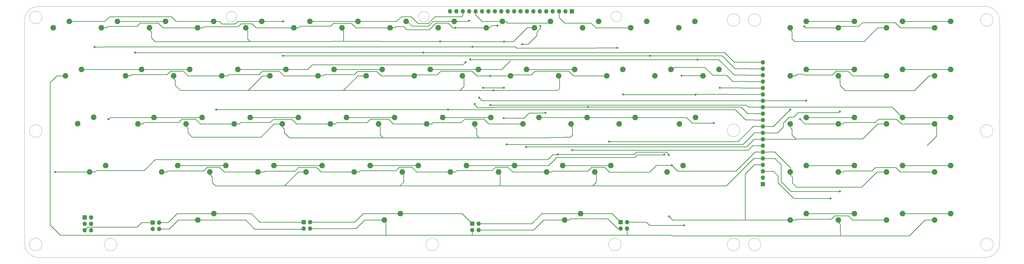
<source format=gtl>
G04 #@! TF.GenerationSoftware,KiCad,Pcbnew,(5.1.9)-1*
G04 #@! TF.CreationDate,2021-03-31T21:28:56-04:00*
G04 #@! TF.ProjectId,petkn,7065746b-6e2e-46b6-9963-61645f706362,rev?*
G04 #@! TF.SameCoordinates,Original*
G04 #@! TF.FileFunction,Copper,L1,Top*
G04 #@! TF.FilePolarity,Positive*
%FSLAX46Y46*%
G04 Gerber Fmt 4.6, Leading zero omitted, Abs format (unit mm)*
G04 Created by KiCad (PCBNEW (5.1.9)-1) date 2021-03-31 21:28:56*
%MOMM*%
%LPD*%
G01*
G04 APERTURE LIST*
G04 #@! TA.AperFunction,Profile*
%ADD10C,0.050000*%
G04 #@! TD*
G04 #@! TA.AperFunction,ComponentPad*
%ADD11C,2.200000*%
G04 #@! TD*
G04 #@! TA.AperFunction,ComponentPad*
%ADD12O,1.700000X1.700000*%
G04 #@! TD*
G04 #@! TA.AperFunction,ComponentPad*
%ADD13R,1.700000X1.700000*%
G04 #@! TD*
G04 #@! TA.AperFunction,ViaPad*
%ADD14C,0.800000*%
G04 #@! TD*
G04 #@! TA.AperFunction,Conductor*
%ADD15C,0.250000*%
G04 #@! TD*
G04 APERTURE END LIST*
D10*
X101351853Y-52705000D02*
G75*
G03*
X101351853Y-52705000I-2101353J0D01*
G01*
X253688353Y-52641500D02*
G75*
G03*
X253688353Y-52641500I-2101353J0D01*
G01*
X177482853Y-52666500D02*
G75*
G03*
X177482853Y-52666500I-2101353J0D01*
G01*
X300500000Y-143002000D02*
G75*
G03*
X300500000Y-143002000I-2500000J0D01*
G01*
X300500000Y-54000000D02*
G75*
G03*
X300500000Y-54000000I-2500000J0D01*
G01*
X300500000Y-97726500D02*
G75*
G03*
X300500000Y-97726500I-2500000J0D01*
G01*
X17272000Y-54419500D02*
X17272000Y-142367000D01*
X403352000Y-54419500D02*
X403352000Y-142367000D01*
X23114000Y-48577500D02*
X397510000Y-48577500D01*
X24217000Y-98000000D02*
G75*
G03*
X24217000Y-98000000I-2500000J0D01*
G01*
X24217000Y-53000000D02*
G75*
G03*
X24217000Y-53000000I-2500000J0D01*
G01*
X400772000Y-98000000D02*
G75*
G03*
X400772000Y-98000000I-2500000J0D01*
G01*
X23114000Y-148209000D02*
X397510000Y-148209000D01*
X397510000Y-48577500D02*
G75*
G02*
X403352000Y-54419500I0J-5842000D01*
G01*
X53871500Y-143000000D02*
G75*
G03*
X53871500Y-143000000I-2500000J0D01*
G01*
X24217000Y-143000000D02*
G75*
G03*
X24217000Y-143000000I-2500000J0D01*
G01*
X181189000Y-143000000D02*
G75*
G03*
X181189000Y-143000000I-2500000J0D01*
G01*
X253515500Y-143000000D02*
G75*
G03*
X253515500Y-143000000I-2500000J0D01*
G01*
X308824000Y-143000000D02*
G75*
G03*
X308824000Y-143000000I-2500000J0D01*
G01*
X400835500Y-143000000D02*
G75*
G03*
X400835500Y-143000000I-2500000J0D01*
G01*
X17272000Y-54419500D02*
G75*
G02*
X23114000Y-48577500I5842000J0D01*
G01*
X403352000Y-142367000D02*
G75*
G02*
X397510000Y-148209000I-5842000J0D01*
G01*
X308824000Y-54000000D02*
G75*
G03*
X308824000Y-54000000I-2500000J0D01*
G01*
X23114000Y-148209000D02*
G75*
G02*
X17272000Y-142367000I0J5842000D01*
G01*
X400772000Y-54000000D02*
G75*
G03*
X400772000Y-54000000I-2500000J0D01*
G01*
D11*
X159728000Y-133286500D03*
X166078000Y-130746500D03*
D12*
X70548500Y-136842500D03*
X68008500Y-136842500D03*
X70548500Y-134302500D03*
D13*
X68008500Y-134302500D03*
D12*
X130365500Y-136652000D03*
X127825500Y-136652000D03*
X130365500Y-134112000D03*
D13*
X127825500Y-134112000D03*
D12*
X197040500Y-137223500D03*
X194500500Y-137223500D03*
X197040500Y-134683500D03*
D13*
X194500500Y-134683500D03*
D12*
X255816100Y-136690100D03*
X253276100Y-136690100D03*
X255816100Y-134150100D03*
D13*
X253276100Y-134150100D03*
D12*
X43688000Y-137350500D03*
X41148000Y-137350500D03*
X43688000Y-134810500D03*
X41148000Y-134810500D03*
X43688000Y-132270500D03*
D13*
X41148000Y-132270500D03*
D11*
X38354000Y-95123000D03*
X44704000Y-92583000D03*
X85915500Y-133286500D03*
X92265500Y-130746500D03*
X35052000Y-54546500D03*
X28702000Y-57086500D03*
X271691000Y-114251500D03*
X278041000Y-111711500D03*
X187452000Y-54546500D03*
X181102000Y-57086500D03*
D12*
X309562500Y-70764400D03*
X309562500Y-73304400D03*
X309562500Y-75844400D03*
X309562500Y-78384400D03*
X309562500Y-80924400D03*
X309562500Y-83464400D03*
X309562500Y-86004400D03*
X309562500Y-88544400D03*
X309562500Y-91084400D03*
X309562500Y-93624400D03*
X309562500Y-96164400D03*
X309562500Y-98704400D03*
X309562500Y-101244400D03*
X309562500Y-103784400D03*
X309562500Y-106324400D03*
X309562500Y-108864400D03*
X309562500Y-111404400D03*
X309562500Y-113944400D03*
X309562500Y-116484400D03*
D13*
X309562500Y-119024400D03*
D11*
X200152000Y-57086500D03*
X206502000Y-54546500D03*
X196977000Y-73596500D03*
X190627000Y-76136500D03*
X66802000Y-57086500D03*
X73152000Y-54546500D03*
X219202000Y-57086500D03*
X225552000Y-54546500D03*
X339471000Y-133299200D03*
X345821000Y-130759200D03*
X111252000Y-54546500D03*
X104902000Y-57086500D03*
X143002000Y-57086500D03*
X149352000Y-54546500D03*
X231140000Y-133286500D03*
X237490000Y-130746500D03*
X276606000Y-95186500D03*
X282956000Y-92646500D03*
X43053000Y-114236500D03*
X49403000Y-111696500D03*
X33464500Y-76136500D03*
X39814500Y-73596500D03*
D12*
X185737500Y-50546000D03*
X188277500Y-50546000D03*
X190817500Y-50546000D03*
X193357500Y-50546000D03*
X195897500Y-50546000D03*
X198437500Y-50546000D03*
X200977500Y-50546000D03*
X203517500Y-50546000D03*
X206057500Y-50546000D03*
X208597500Y-50546000D03*
X211137500Y-50546000D03*
X213677500Y-50546000D03*
X216217500Y-50546000D03*
X218757500Y-50546000D03*
X221297500Y-50546000D03*
X223837500Y-50546000D03*
X226377500Y-50546000D03*
X228917500Y-50546000D03*
X231457500Y-50546000D03*
D13*
X233997500Y-50546000D03*
D11*
X383921000Y-130759200D03*
X377571000Y-133299200D03*
X252730000Y-95186500D03*
X259080000Y-92646500D03*
X273177000Y-73596500D03*
X266827000Y-76136500D03*
X263652000Y-54546500D03*
X257302000Y-57086500D03*
X364871000Y-130759200D03*
X358521000Y-133299200D03*
X320421000Y-133299200D03*
X326771000Y-130759200D03*
X285877000Y-76136500D03*
X292227000Y-73596500D03*
X276352000Y-57086500D03*
X282702000Y-54546500D03*
X383921000Y-111709200D03*
X377571000Y-114249200D03*
X339471000Y-114249200D03*
X345821000Y-111709200D03*
X243078000Y-114236500D03*
X249428000Y-111696500D03*
X211328000Y-111696500D03*
X204978000Y-114236500D03*
X166878000Y-114236500D03*
X173228000Y-111696500D03*
X135128000Y-111696500D03*
X128778000Y-114236500D03*
X90678000Y-114236500D03*
X97028000Y-111696500D03*
X364871000Y-111709200D03*
X358521000Y-114249200D03*
X320421000Y-114249200D03*
X326771000Y-111709200D03*
X224028000Y-114236500D03*
X230378000Y-111696500D03*
X192278000Y-111696500D03*
X185928000Y-114236500D03*
X147828000Y-114236500D03*
X154178000Y-111696500D03*
X116078000Y-111696500D03*
X109728000Y-114236500D03*
X71628000Y-114236500D03*
X77978000Y-111696500D03*
X383921000Y-92659200D03*
X377571000Y-95199200D03*
X339471000Y-95199200D03*
X345821000Y-92659200D03*
X233680000Y-95186500D03*
X240030000Y-92646500D03*
X201930000Y-92646500D03*
X195580000Y-95186500D03*
X157480000Y-95186500D03*
X163830000Y-92646500D03*
X125730000Y-92646500D03*
X119380000Y-95186500D03*
X81280000Y-95186500D03*
X87630000Y-92646500D03*
X364871000Y-92659200D03*
X358521000Y-95199200D03*
X320421000Y-95199200D03*
X326771000Y-92659200D03*
X214630000Y-95186500D03*
X220980000Y-92646500D03*
X182880000Y-92646500D03*
X176530000Y-95186500D03*
X138430000Y-95186500D03*
X144780000Y-92646500D03*
X106680000Y-92646500D03*
X100330000Y-95186500D03*
X62230000Y-95186500D03*
X68580000Y-92646500D03*
X383921000Y-73609200D03*
X377571000Y-76149200D03*
X339471000Y-76149200D03*
X345821000Y-73609200D03*
X228727000Y-76136500D03*
X235077000Y-73596500D03*
X152527000Y-76136500D03*
X158877000Y-73596500D03*
X120777000Y-73596500D03*
X114427000Y-76136500D03*
X76327000Y-76136500D03*
X82677000Y-73596500D03*
X364871000Y-73609200D03*
X358521000Y-76149200D03*
X320421000Y-76149200D03*
X326771000Y-73609200D03*
X254127000Y-73596500D03*
X247777000Y-76136500D03*
X209677000Y-76136500D03*
X216027000Y-73596500D03*
X177927000Y-73596500D03*
X171577000Y-76136500D03*
X133477000Y-76136500D03*
X139827000Y-73596500D03*
X101727000Y-73596500D03*
X95377000Y-76136500D03*
X57277000Y-76136500D03*
X63627000Y-73596500D03*
X383921000Y-54559200D03*
X377571000Y-57099200D03*
X339471000Y-57099200D03*
X345821000Y-54559200D03*
X364871000Y-54559200D03*
X358521000Y-57099200D03*
X320421000Y-57099200D03*
X326771000Y-54559200D03*
X244602000Y-54546500D03*
X238252000Y-57086500D03*
X168402000Y-54546500D03*
X162052000Y-57086500D03*
X123952000Y-57086500D03*
X130302000Y-54546500D03*
X92202000Y-54546500D03*
X85852000Y-57086500D03*
X47752000Y-57086500D03*
X54102000Y-54546500D03*
D14*
X175260000Y-66929000D03*
X61087000Y-66929000D03*
X50546000Y-93345000D03*
X204533500Y-56197500D03*
X240347500Y-88519000D03*
X195516500Y-87312500D03*
X187833000Y-57086500D03*
X191897000Y-70675500D03*
X119697500Y-54546500D03*
X119634000Y-68199000D03*
X264858500Y-68199000D03*
X193738500Y-69596000D03*
X283654500Y-69659500D03*
X193357500Y-54292500D03*
X270573500Y-107315000D03*
X290131500Y-94869000D03*
X292544500Y-80899000D03*
X194627500Y-64579500D03*
X251968000Y-65024000D03*
X282956000Y-83566000D03*
X254254000Y-83502500D03*
X45021500Y-64706500D03*
X278320500Y-135382000D03*
X326707500Y-85991700D03*
X197231000Y-84772500D03*
X201739500Y-87693500D03*
X326006395Y-56593805D03*
X184975500Y-89535000D03*
X181800500Y-62484000D03*
X207126442Y-62600442D03*
X93218000Y-89535000D03*
X201612500Y-76136500D03*
X320421000Y-89484200D03*
X248729500Y-102171500D03*
X202946000Y-81915000D03*
X340106000Y-90246200D03*
X208153000Y-103314500D03*
X215836500Y-104330500D03*
X207073500Y-80899000D03*
X198882000Y-80899000D03*
X234188000Y-105600500D03*
X324294500Y-93357700D03*
X214376000Y-63627000D03*
X221488000Y-56388000D03*
X273494500Y-111633000D03*
X340042500Y-121932700D03*
X207010000Y-92900500D03*
X223520000Y-90741500D03*
X272415000Y-131826000D03*
X29400500Y-114236500D03*
X228409500Y-107315000D03*
X272351500Y-107569000D03*
X277431500Y-76009500D03*
X336359500Y-124726700D03*
D15*
X54102000Y-54546500D02*
X73152000Y-54546500D01*
X77978000Y-111696500D02*
X97028000Y-111696500D01*
X68580000Y-92646500D02*
X87630000Y-92646500D01*
X63627000Y-73596500D02*
X82677000Y-73596500D01*
X175260000Y-66929000D02*
X61087000Y-66929000D01*
X63627000Y-73596500D02*
X39814500Y-73596500D01*
X51244500Y-92646500D02*
X50546000Y-93345000D01*
X68580000Y-92646500D02*
X51244500Y-92646500D01*
X294449500Y-66929000D02*
X175260000Y-66929000D01*
X298259500Y-70739000D02*
X294449500Y-66929000D01*
X306387500Y-70739000D02*
X298259500Y-70739000D01*
X309562500Y-70764400D02*
X306387500Y-70739000D01*
X47752000Y-57086500D02*
X49784000Y-57086500D01*
X49784000Y-57086500D02*
X50355500Y-56515000D01*
X50355500Y-56515000D02*
X61785500Y-56515000D01*
X61785500Y-56515000D02*
X63055500Y-55245000D01*
X63055500Y-55245000D02*
X70231000Y-55245000D01*
X72072500Y-57086500D02*
X85852000Y-57086500D01*
X70231000Y-55245000D02*
X72072500Y-57086500D01*
X123952000Y-57086500D02*
X125793500Y-57086500D01*
X125793500Y-57086500D02*
X126492000Y-56388000D01*
X126492000Y-56388000D02*
X138493500Y-56388000D01*
X138493500Y-56388000D02*
X139573000Y-55308500D01*
X139573000Y-55308500D02*
X146685000Y-55308500D01*
X148463000Y-57086500D02*
X162052000Y-57086500D01*
X146685000Y-55308500D02*
X148463000Y-57086500D01*
X320421000Y-57099200D02*
X320421000Y-57035700D01*
X354965000Y-57099200D02*
X358521000Y-57099200D01*
X320421000Y-57099200D02*
X320421000Y-57924700D01*
X320421000Y-57924700D02*
X321119500Y-58623200D01*
X321119500Y-58623200D02*
X321119500Y-61480700D01*
X322135500Y-62496700D02*
X349758000Y-62496700D01*
X321119500Y-61480700D02*
X322135500Y-62496700D01*
X349758000Y-62496700D02*
X354965000Y-57099200D01*
X200152000Y-57086500D02*
X201358500Y-57086500D01*
X201358500Y-57086500D02*
X202184000Y-56261000D01*
X204470000Y-56261000D02*
X204533500Y-56197500D01*
X202184000Y-56261000D02*
X204470000Y-56261000D01*
X240347500Y-88519000D02*
X202819000Y-88519000D01*
X202819000Y-88519000D02*
X202565000Y-88773000D01*
X202565000Y-88773000D02*
X196659500Y-88773000D01*
X195516500Y-87630000D02*
X195516500Y-87312500D01*
X196659500Y-88773000D02*
X195516500Y-87630000D01*
X187833000Y-57086500D02*
X200152000Y-57086500D01*
X102997000Y-55435500D02*
X101790500Y-56642000D01*
X88328500Y-56642000D02*
X87884000Y-57086500D01*
X101790500Y-56642000D02*
X88328500Y-56642000D01*
X107315000Y-55435500D02*
X102997000Y-55435500D01*
X108966000Y-57086500D02*
X107315000Y-55435500D01*
X87884000Y-57086500D02*
X85852000Y-57086500D01*
X123952000Y-57086500D02*
X108966000Y-57086500D01*
X186817000Y-57086500D02*
X187833000Y-57086500D01*
X180149500Y-55245000D02*
X184975500Y-55245000D01*
X177546000Y-57848500D02*
X180149500Y-55245000D01*
X167386000Y-56578500D02*
X168656000Y-57848500D01*
X168656000Y-57848500D02*
X177546000Y-57848500D01*
X164274500Y-56578500D02*
X167386000Y-56578500D01*
X163766500Y-57086500D02*
X164274500Y-56578500D01*
X184975500Y-55245000D02*
X186817000Y-57086500D01*
X162052000Y-57086500D02*
X163766500Y-57086500D01*
X300926500Y-88519000D02*
X240347500Y-88519000D01*
X303466500Y-91059000D02*
X300926500Y-88519000D01*
X309562500Y-91084400D02*
X303466500Y-91059000D01*
X35052000Y-54546500D02*
X49022000Y-54546500D01*
X116078000Y-111696500D02*
X135128000Y-111696500D01*
X101727000Y-73596500D02*
X120777000Y-73596500D01*
X106680000Y-92646500D02*
X125730000Y-92646500D01*
X120777000Y-73596500D02*
X129349500Y-73596500D01*
X129349500Y-73596500D02*
X131191000Y-71755000D01*
X131191000Y-71755000D02*
X186690000Y-71755000D01*
X186690000Y-71755000D02*
X190817500Y-71755000D01*
X190817500Y-71755000D02*
X191897000Y-70675500D01*
X111252000Y-54546500D02*
X119697500Y-54546500D01*
X92202000Y-54546500D02*
X77279500Y-54546500D01*
X77279500Y-54546500D02*
X75438000Y-52705000D01*
X49022000Y-54546500D02*
X50990500Y-52705000D01*
X75438000Y-52705000D02*
X50990500Y-52705000D01*
X119634000Y-68199000D02*
X264858500Y-68199000D01*
X92202000Y-54546500D02*
X94488000Y-54546500D01*
X94488000Y-54546500D02*
X95504000Y-55562500D01*
X100647500Y-55562500D02*
X101663500Y-54546500D01*
X95504000Y-55562500D02*
X100647500Y-55562500D01*
X111252000Y-54546500D02*
X101663500Y-54546500D01*
X298513500Y-73279000D02*
X309562500Y-73304400D01*
X293433500Y-68199000D02*
X298513500Y-73279000D01*
X264858500Y-68199000D02*
X293433500Y-68199000D01*
X154178000Y-111696500D02*
X173228000Y-111696500D01*
X173736000Y-112204500D02*
X173228000Y-111696500D01*
X139827000Y-73596500D02*
X158877000Y-73596500D01*
X144780000Y-92646500D02*
X163830000Y-92646500D01*
X130302000Y-54546500D02*
X149352000Y-54546500D01*
X193802000Y-69659500D02*
X193738500Y-69596000D01*
X283654500Y-69659500D02*
X193802000Y-69659500D01*
X190563500Y-130746500D02*
X194500500Y-134683500D01*
X166078000Y-130746500D02*
X190563500Y-130746500D01*
X130365500Y-134112000D02*
X147955000Y-134112000D01*
X151320500Y-130746500D02*
X166078000Y-130746500D01*
X147955000Y-134112000D02*
X151320500Y-130746500D01*
X190817500Y-52197000D02*
X190817500Y-50546000D01*
X177038000Y-55372000D02*
X179768500Y-52641500D01*
X173101000Y-55372000D02*
X177038000Y-55372000D01*
X170370500Y-52641500D02*
X173101000Y-55372000D01*
X190373000Y-52641500D02*
X190817500Y-52197000D01*
X166497000Y-52641500D02*
X170370500Y-52641500D01*
X164592000Y-54546500D02*
X166497000Y-52641500D01*
X179768500Y-52641500D02*
X190373000Y-52641500D01*
X149352000Y-54546500D02*
X164592000Y-54546500D01*
X292100000Y-69659500D02*
X283654500Y-69659500D01*
X298259500Y-75819000D02*
X292100000Y-69659500D01*
X309562500Y-75844400D02*
X298259500Y-75819000D01*
X211328000Y-111696500D02*
X192278000Y-111696500D01*
X182880000Y-92646500D02*
X201930000Y-92646500D01*
X177927000Y-73596500D02*
X196977000Y-73596500D01*
X211328000Y-111696500D02*
X224726500Y-111696500D01*
X224726500Y-111696500D02*
X227965000Y-108458000D01*
X227965000Y-108458000D02*
X257810000Y-108458000D01*
X187452000Y-54546500D02*
X193103500Y-54546500D01*
X193103500Y-54546500D02*
X193357500Y-54292500D01*
X196977000Y-73596500D02*
X206248000Y-73596500D01*
X206248000Y-73596500D02*
X209613500Y-70231000D01*
X257810000Y-108458000D02*
X258889500Y-108458000D01*
X258889500Y-108458000D02*
X259905500Y-107442000D01*
X259905500Y-107442000D02*
X270446500Y-107442000D01*
X270446500Y-107442000D02*
X270573500Y-107315000D01*
X168402000Y-54546500D02*
X168846500Y-54546500D01*
X168846500Y-54546500D02*
X170688000Y-56388000D01*
X177228500Y-56388000D02*
X179070000Y-54546500D01*
X170688000Y-56388000D02*
X177228500Y-56388000D01*
X179070000Y-54546500D02*
X187452000Y-54546500D01*
X273748500Y-73596500D02*
X273177000Y-73596500D01*
X286575500Y-72707500D02*
X274637500Y-72707500D01*
X274637500Y-72707500D02*
X273748500Y-73596500D01*
X295211500Y-75882500D02*
X289750500Y-75882500D01*
X297688000Y-78359000D02*
X295211500Y-75882500D01*
X289750500Y-75882500D02*
X286575500Y-72707500D01*
X309562500Y-78384400D02*
X297688000Y-78359000D01*
X230378000Y-111696500D02*
X249428000Y-111696500D01*
X220980000Y-92646500D02*
X240030000Y-92646500D01*
X240030000Y-92646500D02*
X259080000Y-92646500D01*
X216027000Y-73596500D02*
X235077000Y-73596500D01*
X259080000Y-92646500D02*
X271526000Y-92646500D01*
X206502000Y-54546500D02*
X207772000Y-54546500D01*
X207772000Y-54546500D02*
X208407000Y-55181500D01*
X224917000Y-55181500D02*
X225552000Y-54546500D01*
X208407000Y-55181500D02*
X224917000Y-55181500D01*
X271526000Y-92646500D02*
X279336500Y-92646500D01*
X279336500Y-92646500D02*
X281559000Y-94869000D01*
X281559000Y-94869000D02*
X290131500Y-94869000D01*
X195897500Y-52006500D02*
X198437500Y-54546500D01*
X195897500Y-50546000D02*
X195897500Y-52006500D01*
X206502000Y-54546500D02*
X198437500Y-54546500D01*
X309562500Y-80924400D02*
X292544500Y-80899000D01*
X48704500Y-64643000D02*
X192405000Y-64579500D01*
X192405000Y-64579500D02*
X194627500Y-64579500D01*
X194627500Y-64579500D02*
X211645500Y-64579500D01*
X211645500Y-64579500D02*
X212153500Y-65087500D01*
X212153500Y-65087500D02*
X243522500Y-65087500D01*
X243522500Y-65087500D02*
X243586000Y-65024000D01*
X243586000Y-65024000D02*
X251968000Y-65024000D01*
X254317500Y-83566000D02*
X254254000Y-83502500D01*
X282956000Y-83566000D02*
X254317500Y-83566000D01*
X42418000Y-136080500D02*
X41148000Y-137350500D01*
X61849000Y-136080500D02*
X42418000Y-136080500D01*
X48641000Y-64706500D02*
X48704500Y-64643000D01*
X45021500Y-64706500D02*
X48641000Y-64706500D01*
X264731500Y-135382000D02*
X278320500Y-135382000D01*
X68008500Y-134302500D02*
X63627000Y-134302500D01*
X63627000Y-134302500D02*
X61849000Y-136080500D01*
X283083000Y-83439000D02*
X282956000Y-83566000D01*
X309562500Y-83464400D02*
X283083000Y-83439000D01*
X263499600Y-134150100D02*
X263613900Y-134264400D01*
X255816100Y-134150100D02*
X263499600Y-134150100D01*
X263613900Y-134264400D02*
X264731500Y-135382000D01*
X263525000Y-134175500D02*
X263613900Y-134264400D01*
X326771000Y-54559200D02*
X345821000Y-54559200D01*
X326771000Y-73609200D02*
X345821000Y-73609200D01*
X326771000Y-92659200D02*
X345821000Y-92659200D01*
X345821000Y-111709200D02*
X326771000Y-111709200D01*
X326771000Y-130759200D02*
X345821000Y-130759200D01*
X309816500Y-85979000D02*
X313944000Y-85979000D01*
X313944000Y-85979000D02*
X198437500Y-85979000D01*
X198437500Y-85979000D02*
X197231000Y-84772500D01*
X326694800Y-85979000D02*
X326707500Y-85991700D01*
X313944000Y-85979000D02*
X326694800Y-85979000D01*
X364871000Y-54559200D02*
X383921000Y-54559200D01*
X364871000Y-73609200D02*
X383921000Y-73609200D01*
X364871000Y-111709200D02*
X383921000Y-111709200D01*
X364871000Y-130759200D02*
X383921000Y-130759200D01*
X364871000Y-92659200D02*
X383921000Y-92659200D01*
X360743500Y-88531700D02*
X364871000Y-92659200D01*
X360730800Y-88519000D02*
X360743500Y-88531700D01*
X303847500Y-88519000D02*
X360730800Y-88519000D01*
X303022000Y-87693500D02*
X303847500Y-88519000D01*
X201739500Y-87693500D02*
X303022000Y-87693500D01*
X377571000Y-57099200D02*
X364045500Y-57099200D01*
X364045500Y-57099200D02*
X362013500Y-55067200D01*
X362013500Y-55067200D02*
X348932500Y-55067200D01*
X348932500Y-55067200D02*
X347472000Y-56527700D01*
X340042500Y-56527700D02*
X339471000Y-57099200D01*
X347472000Y-56527700D02*
X340042500Y-56527700D01*
X66802000Y-57086500D02*
X66802000Y-58039000D01*
X66802000Y-58039000D02*
X67500500Y-58737500D01*
X67500500Y-58737500D02*
X67500500Y-61023500D01*
X67500500Y-61023500D02*
X69024500Y-62547500D01*
X104902000Y-57086500D02*
X104902000Y-57531000D01*
X104902000Y-57531000D02*
X105664000Y-58293000D01*
X105664000Y-58293000D02*
X105664000Y-61595000D01*
X105664000Y-61595000D02*
X106553000Y-62484000D01*
X106553000Y-62484000D02*
X134620000Y-62484000D01*
X143002000Y-57086500D02*
X143002000Y-57785000D01*
X143573500Y-58356500D02*
X143573500Y-62420500D01*
X143002000Y-57785000D02*
X143573500Y-58356500D01*
X134620000Y-62484000D02*
X143573500Y-62420500D01*
X143573500Y-62420500D02*
X173736000Y-62484000D01*
X173736000Y-62484000D02*
X181800500Y-62484000D01*
X106489500Y-62547500D02*
X106553000Y-62484000D01*
X96456500Y-62547500D02*
X106489500Y-62547500D01*
X326517000Y-57099200D02*
X339471000Y-57099200D01*
X210756500Y-62611000D02*
X216344500Y-57023000D01*
X209423000Y-62611000D02*
X210756500Y-62611000D01*
X219202000Y-57086500D02*
X216344500Y-57023000D01*
X326006395Y-56593805D02*
X326517000Y-57099200D01*
X207126442Y-62600442D02*
X209423000Y-62611000D01*
X181800500Y-62484000D02*
X207126442Y-62600442D01*
X90995500Y-62547500D02*
X96456500Y-62547500D01*
X69024500Y-62547500D02*
X90995500Y-62547500D01*
X184975500Y-89535000D02*
X93218000Y-89535000D01*
X298704000Y-89535000D02*
X184975500Y-89535000D01*
X302768000Y-93599000D02*
X298704000Y-89535000D01*
X309562500Y-93624400D02*
X302768000Y-93599000D01*
X57277000Y-76136500D02*
X59182000Y-76136500D01*
X59182000Y-76136500D02*
X59690000Y-75628500D01*
X59690000Y-75628500D02*
X73723500Y-75628500D01*
X73723500Y-75628500D02*
X75057000Y-74295000D01*
X75057000Y-74295000D02*
X80200500Y-74295000D01*
X82042000Y-76136500D02*
X95377000Y-76136500D01*
X80200500Y-74295000D02*
X82042000Y-76136500D01*
X95377000Y-76136500D02*
X97663000Y-76136500D01*
X97663000Y-76136500D02*
X98171000Y-75628500D01*
X98171000Y-75628500D02*
X110109000Y-75628500D01*
X110109000Y-75628500D02*
X111506000Y-74231500D01*
X111506000Y-74231500D02*
X118110000Y-74231500D01*
X120015000Y-76136500D02*
X133477000Y-76136500D01*
X118110000Y-74231500D02*
X120015000Y-76136500D01*
X133477000Y-76136500D02*
X135445500Y-76136500D01*
X135445500Y-76136500D02*
X135953500Y-75628500D01*
X135953500Y-75628500D02*
X147891500Y-75628500D01*
X147891500Y-75628500D02*
X149161500Y-74358500D01*
X149161500Y-74358500D02*
X156718000Y-74358500D01*
X158496000Y-76136500D02*
X171577000Y-76136500D01*
X156718000Y-74358500D02*
X158496000Y-76136500D01*
X320421000Y-76149200D02*
X322453000Y-76149200D01*
X322453000Y-76149200D02*
X323151500Y-75450700D01*
X323151500Y-75450700D02*
X325628000Y-75450700D01*
X325628000Y-75450700D02*
X326009000Y-75831700D01*
X326009000Y-75831700D02*
X336994500Y-75831700D01*
X336994500Y-75831700D02*
X338582000Y-74244200D01*
X338582000Y-74244200D02*
X343217500Y-74244200D01*
X345122500Y-76149200D02*
X358521000Y-76149200D01*
X343217500Y-74244200D02*
X345122500Y-76149200D01*
X247777000Y-76136500D02*
X234569000Y-76136500D01*
X234569000Y-76136500D02*
X232727500Y-74295000D01*
X232727500Y-74295000D02*
X219329000Y-74295000D01*
X219329000Y-74295000D02*
X217932000Y-75692000D01*
X210121500Y-75692000D02*
X209677000Y-76136500D01*
X217932000Y-75692000D02*
X210121500Y-75692000D01*
X196278500Y-76136500D02*
X194437000Y-74295000D01*
X194437000Y-74295000D02*
X182054500Y-74295000D01*
X182054500Y-74295000D02*
X180657500Y-75692000D01*
X172021500Y-75692000D02*
X171577000Y-76136500D01*
X180657500Y-75692000D02*
X172021500Y-75692000D01*
X209677000Y-76136500D02*
X201612500Y-76136500D01*
X201612500Y-76136500D02*
X196278500Y-76136500D01*
X299783500Y-102171500D02*
X305816000Y-96139000D01*
X305816000Y-96139000D02*
X309562500Y-96164400D01*
X248729500Y-102171500D02*
X299783500Y-102171500D01*
X319659000Y-90246200D02*
X320421000Y-89484200D01*
X313740800Y-96164400D02*
X319659000Y-90246200D01*
X309562500Y-96164400D02*
X313740800Y-96164400D01*
X377571000Y-76149200D02*
X375348500Y-76149200D01*
X375348500Y-76149200D02*
X369506500Y-81991200D01*
X76327000Y-76136500D02*
X76327000Y-77279500D01*
X76327000Y-77279500D02*
X76962000Y-77914500D01*
X76962000Y-77914500D02*
X76962000Y-79819500D01*
X76962000Y-79819500D02*
X79057500Y-81915000D01*
X79057500Y-81915000D02*
X105791000Y-81915000D01*
X111569500Y-76136500D02*
X114427000Y-76136500D01*
X105791000Y-81915000D02*
X111569500Y-76136500D01*
X105791000Y-81915000D02*
X143510000Y-81915000D01*
X149288500Y-76136500D02*
X152527000Y-76136500D01*
X143510000Y-81915000D02*
X149288500Y-76136500D01*
X143510000Y-81915000D02*
X189674500Y-81915000D01*
X189674500Y-81915000D02*
X191198500Y-80391000D01*
X191198500Y-76708000D02*
X190627000Y-76136500D01*
X191198500Y-80391000D02*
X191198500Y-76708000D01*
X189674500Y-81915000D02*
X228346000Y-81915000D01*
X229108000Y-76517500D02*
X228727000Y-76136500D01*
X229108000Y-81153000D02*
X229108000Y-76517500D01*
X228346000Y-81915000D02*
X228663500Y-81661000D01*
X228663500Y-81661000D02*
X229108000Y-81153000D01*
X340106000Y-76784200D02*
X339471000Y-76149200D01*
X342201500Y-81991200D02*
X340169500Y-79959200D01*
X340169500Y-79959200D02*
X340106000Y-76784200D01*
X369506500Y-81991200D02*
X342201500Y-81991200D01*
X339629750Y-90722450D02*
X340106000Y-90246200D01*
X323564250Y-90722450D02*
X339629750Y-90722450D01*
X317627000Y-94818200D02*
X319976500Y-92468700D01*
X321818000Y-92468700D02*
X323564250Y-90722450D01*
X317627000Y-96532700D02*
X317627000Y-94818200D01*
X306387500Y-98679000D02*
X309562500Y-98704400D01*
X319976500Y-92468700D02*
X321818000Y-92468700D01*
X301752000Y-103314500D02*
X306387500Y-98679000D01*
X208153000Y-103314500D02*
X301752000Y-103314500D01*
X315455300Y-98704400D02*
X315614050Y-98545650D01*
X309562500Y-98704400D02*
X315455300Y-98704400D01*
X315614050Y-98545650D02*
X317627000Y-96532700D01*
X315468000Y-98691700D02*
X315614050Y-98545650D01*
X100330000Y-95186500D02*
X102298500Y-95186500D01*
X102298500Y-95186500D02*
X102870000Y-94615000D01*
X102870000Y-94615000D02*
X114554000Y-94615000D01*
X114554000Y-94615000D02*
X115760500Y-93408500D01*
X115760500Y-93408500D02*
X123126500Y-93408500D01*
X124904500Y-95186500D02*
X138430000Y-95186500D01*
X123126500Y-93408500D02*
X124904500Y-95186500D01*
X138430000Y-95186500D02*
X140271500Y-95186500D01*
X140271500Y-95186500D02*
X140779500Y-94678500D01*
X140779500Y-94678500D02*
X152908000Y-94678500D01*
X152908000Y-94678500D02*
X154241500Y-93345000D01*
X154241500Y-93345000D02*
X161417000Y-93345000D01*
X163258500Y-95186500D02*
X176530000Y-95186500D01*
X161417000Y-93345000D02*
X163258500Y-95186500D01*
X176530000Y-95186500D02*
X178435000Y-95186500D01*
X178435000Y-95186500D02*
X178943000Y-94678500D01*
X178943000Y-94678500D02*
X190182500Y-94678500D01*
X190182500Y-94678500D02*
X191516000Y-93345000D01*
X191516000Y-93345000D02*
X199199500Y-93345000D01*
X201041000Y-95186500D02*
X214630000Y-95186500D01*
X199199500Y-93345000D02*
X201041000Y-95186500D01*
X62230000Y-95186500D02*
X64071500Y-95186500D01*
X64071500Y-95186500D02*
X64643000Y-94615000D01*
X64643000Y-94615000D02*
X78295500Y-94615000D01*
X78295500Y-94615000D02*
X79565500Y-93345000D01*
X79565500Y-93345000D02*
X85026500Y-93345000D01*
X86868000Y-95186500D02*
X100330000Y-95186500D01*
X85026500Y-93345000D02*
X86868000Y-95186500D01*
X320421000Y-95199200D02*
X320421000Y-96532700D01*
X320421000Y-96532700D02*
X321119500Y-97231200D01*
X321119500Y-97231200D02*
X321119500Y-99580700D01*
X321119500Y-99580700D02*
X322643500Y-101104700D01*
X322643500Y-101104700D02*
X349123000Y-101104700D01*
X355028500Y-95199200D02*
X358521000Y-95199200D01*
X349123000Y-101104700D02*
X355028500Y-95199200D01*
X322516500Y-101231700D02*
X322643500Y-101104700D01*
X303149000Y-104267000D02*
X306197000Y-101219000D01*
X216725500Y-104267000D02*
X303149000Y-104267000D01*
X215836500Y-104330500D02*
X216725500Y-104267000D01*
X306222400Y-101244400D02*
X306197000Y-101219000D01*
X309562500Y-101244400D02*
X306222400Y-101244400D01*
X322503800Y-101244400D02*
X322516500Y-101231700D01*
X309562500Y-101244400D02*
X322503800Y-101244400D01*
X81280000Y-95186500D02*
X81280000Y-96202500D01*
X81280000Y-96202500D02*
X81978500Y-96901000D01*
X81978500Y-96901000D02*
X81978500Y-98742500D01*
X81978500Y-98742500D02*
X83629500Y-100393500D01*
X83629500Y-100393500D02*
X110871000Y-100393500D01*
X116078000Y-95186500D02*
X119380000Y-95186500D01*
X110871000Y-100393500D02*
X116078000Y-95186500D01*
X119380000Y-95186500D02*
X119380000Y-96393000D01*
X119380000Y-96393000D02*
X120142000Y-97155000D01*
X120142000Y-97155000D02*
X120142000Y-98679000D01*
X120142000Y-98679000D02*
X122110500Y-100647500D01*
X122110500Y-100647500D02*
X148971000Y-100647500D01*
X157480000Y-95186500D02*
X157480000Y-95885000D01*
X157480000Y-95885000D02*
X158115000Y-96520000D01*
X158115000Y-96520000D02*
X158115000Y-99568000D01*
X158115000Y-99568000D02*
X159194500Y-100647500D01*
X159194500Y-100647500D02*
X186753500Y-100647500D01*
X195580000Y-95186500D02*
X195580000Y-96456500D01*
X195580000Y-96456500D02*
X196342000Y-97218500D01*
X196342000Y-97218500D02*
X196342000Y-99758500D01*
X196342000Y-99758500D02*
X197231000Y-100647500D01*
X197231000Y-100647500D02*
X224155000Y-100647500D01*
X148971000Y-100647500D02*
X159194500Y-100647500D01*
X186753500Y-100647500D02*
X197231000Y-100647500D01*
X339471000Y-95199200D02*
X341185500Y-95199200D01*
X341185500Y-95199200D02*
X341820500Y-94564200D01*
X341820500Y-94564200D02*
X354139500Y-94564200D01*
X354139500Y-94564200D02*
X355346000Y-93357700D01*
X355346000Y-93357700D02*
X362521500Y-93357700D01*
X364363000Y-95199200D02*
X377571000Y-95199200D01*
X362521500Y-93357700D02*
X364363000Y-95199200D01*
X339471000Y-95199200D02*
X326136000Y-95199200D01*
X326136000Y-95199200D02*
X324294500Y-93357700D01*
X224345500Y-100584000D02*
X224282000Y-100647500D01*
X224155000Y-100647500D02*
X224282000Y-100647500D01*
X233680000Y-95186500D02*
X233680000Y-96139000D01*
X233680000Y-96139000D02*
X234124500Y-96583500D01*
X234124500Y-96583500D02*
X234124500Y-99695000D01*
X234124500Y-99695000D02*
X233362500Y-100457000D01*
X233362500Y-100457000D02*
X224345500Y-100584000D01*
X207073500Y-80899000D02*
X198882000Y-80899000D01*
X374586500Y-103771700D02*
X378333000Y-100025200D01*
X378333000Y-95961200D02*
X377571000Y-95199200D01*
X378333000Y-100025200D02*
X378333000Y-95961200D01*
X234188000Y-105600500D02*
X234950000Y-105600500D01*
X303784000Y-105600500D02*
X234950000Y-105600500D01*
X305600100Y-103784400D02*
X305587400Y-103797100D01*
X305587400Y-103797100D02*
X303784000Y-105600500D01*
X309562500Y-103784400D02*
X305600100Y-103784400D01*
X305625500Y-103759000D02*
X305587400Y-103797100D01*
X71628000Y-114236500D02*
X73533000Y-114236500D01*
X73533000Y-114236500D02*
X73977500Y-113792000D01*
X73977500Y-113792000D02*
X88201500Y-113792000D01*
X88201500Y-113792000D02*
X89598500Y-112395000D01*
X89598500Y-112395000D02*
X94488000Y-112395000D01*
X96329500Y-114236500D02*
X109728000Y-114236500D01*
X94488000Y-112395000D02*
X96329500Y-114236500D01*
X109728000Y-114236500D02*
X112141000Y-114236500D01*
X112141000Y-114236500D02*
X112522000Y-113855500D01*
X112522000Y-113855500D02*
X124333000Y-113855500D01*
X124333000Y-113855500D02*
X125730000Y-112458500D01*
X125730000Y-112458500D02*
X132905500Y-112458500D01*
X134683500Y-114236500D02*
X147828000Y-114236500D01*
X132905500Y-112458500D02*
X134683500Y-114236500D01*
X147828000Y-114236500D02*
X149669500Y-114236500D01*
X149669500Y-114236500D02*
X150177500Y-113728500D01*
X150177500Y-113728500D02*
X164338000Y-113728500D01*
X164338000Y-113728500D02*
X165671500Y-112395000D01*
X165671500Y-112395000D02*
X170624500Y-112395000D01*
X170624500Y-112395000D02*
X172466000Y-114236500D01*
X172466000Y-114236500D02*
X185928000Y-114236500D01*
X185928000Y-114236500D02*
X187896500Y-114236500D01*
X187896500Y-114236500D02*
X188468000Y-113665000D01*
X188468000Y-113665000D02*
X202438000Y-113665000D01*
X202438000Y-113665000D02*
X203771500Y-112331500D01*
X203771500Y-112331500D02*
X208597500Y-112331500D01*
X210502500Y-114236500D02*
X224028000Y-114236500D01*
X208597500Y-112331500D02*
X210502500Y-114236500D01*
X224028000Y-114236500D02*
X225996500Y-114236500D01*
X225996500Y-114236500D02*
X226314000Y-113919000D01*
X226314000Y-113919000D02*
X240347500Y-113919000D01*
X240347500Y-113919000D02*
X241871500Y-112395000D01*
X241871500Y-112395000D02*
X246951500Y-112395000D01*
X246951500Y-112395000D02*
X248856500Y-114300000D01*
X248856500Y-114300000D02*
X264731500Y-114300000D01*
X320421000Y-114249200D02*
X320421000Y-115392200D01*
X320421000Y-115392200D02*
X321246500Y-116217700D01*
X321246500Y-116217700D02*
X321246500Y-118567200D01*
X321246500Y-118567200D02*
X322897500Y-120218200D01*
X322897500Y-120218200D02*
X348742000Y-120218200D01*
X354711000Y-114249200D02*
X358521000Y-114249200D01*
X348742000Y-120218200D02*
X354711000Y-114249200D01*
X220154500Y-58674000D02*
X221488000Y-57340500D01*
X221488000Y-57340500D02*
X221488000Y-56388000D01*
X216598500Y-63627000D02*
X220091000Y-60134500D01*
X214376000Y-63627000D02*
X216598500Y-63627000D01*
X220091000Y-60134500D02*
X220154500Y-58674000D01*
X267398500Y-111633000D02*
X264731500Y-114300000D01*
X270573500Y-111633000D02*
X267398500Y-111633000D01*
X273494500Y-111633000D02*
X270573500Y-111633000D01*
X275780500Y-113919000D02*
X273494500Y-111633000D01*
X298894500Y-113919000D02*
X275780500Y-113919000D01*
X306514500Y-106299000D02*
X298894500Y-113919000D01*
X309562500Y-106324400D02*
X306514500Y-106299000D01*
X320421000Y-112471200D02*
X320421000Y-114249200D01*
X314261500Y-106311700D02*
X320421000Y-112471200D01*
X309562500Y-106324400D02*
X313944000Y-106299000D01*
X313956700Y-106311700D02*
X313944000Y-106299000D01*
X314261500Y-106311700D02*
X313956700Y-106311700D01*
X90678000Y-114236500D02*
X90678000Y-115252500D01*
X90678000Y-115252500D02*
X91567000Y-116141500D01*
X91567000Y-116141500D02*
X91567000Y-118364000D01*
X91567000Y-118364000D02*
X92964000Y-119761000D01*
X92964000Y-119761000D02*
X120142000Y-119761000D01*
X125666500Y-114236500D02*
X128778000Y-114236500D01*
X120142000Y-119761000D02*
X125666500Y-114236500D01*
X120142000Y-119761000D02*
X165862000Y-119761000D01*
X165862000Y-119761000D02*
X167322500Y-118300500D01*
X167322500Y-114681000D02*
X166878000Y-114236500D01*
X167322500Y-118300500D02*
X167322500Y-114681000D01*
X242125500Y-119761000D02*
X243649500Y-118237000D01*
X243649500Y-114808000D02*
X243078000Y-114236500D01*
X243649500Y-118237000D02*
X243649500Y-114808000D01*
X205549500Y-114808000D02*
X204978000Y-114236500D01*
X205549500Y-119761000D02*
X205549500Y-114808000D01*
X205549500Y-119761000D02*
X242125500Y-119761000D01*
X165862000Y-119761000D02*
X205549500Y-119761000D01*
X339471000Y-114249200D02*
X341376000Y-114249200D01*
X341376000Y-114249200D02*
X341820500Y-113804700D01*
X341820500Y-113804700D02*
X352806000Y-113804700D01*
X352806000Y-113804700D02*
X354139500Y-112471200D01*
X354139500Y-112471200D02*
X362204000Y-112471200D01*
X363982000Y-114249200D02*
X377571000Y-114249200D01*
X362204000Y-112471200D02*
X363982000Y-114249200D01*
X215011000Y-92900500D02*
X207010000Y-92900500D01*
X223393000Y-90868500D02*
X223520000Y-90741500D01*
X217043000Y-90868500D02*
X223393000Y-90868500D01*
X217043000Y-90868500D02*
X215011000Y-92900500D01*
X295148000Y-119761000D02*
X242125500Y-119761000D01*
X306070000Y-108839000D02*
X295148000Y-119761000D01*
X309562500Y-108864400D02*
X306070000Y-108839000D01*
X316801500Y-111328200D02*
X314325000Y-108851700D01*
X316801500Y-118059200D02*
X316801500Y-111328200D01*
X320675000Y-121932700D02*
X316801500Y-118059200D01*
X340042500Y-121932700D02*
X320675000Y-121932700D01*
X314312300Y-108864400D02*
X314325000Y-108851700D01*
X309562500Y-108864400D02*
X314312300Y-108864400D01*
X320421000Y-133299200D02*
X322643500Y-133299200D01*
X322643500Y-133299200D02*
X323024500Y-132918200D01*
X323024500Y-132918200D02*
X336677000Y-132918200D01*
X336677000Y-132918200D02*
X338010500Y-131584700D01*
X338010500Y-131584700D02*
X343408000Y-131584700D01*
X345122500Y-133299200D02*
X358521000Y-133299200D01*
X343408000Y-131584700D02*
X345122500Y-133299200D01*
X281368500Y-133286500D02*
X273875500Y-133286500D01*
X273875500Y-133286500D02*
X272415000Y-131826000D01*
X29400500Y-114236500D02*
X43053000Y-114236500D01*
X43053000Y-114236500D02*
X45148500Y-114236500D01*
X45148500Y-114236500D02*
X45720000Y-113665000D01*
X45720000Y-113665000D02*
X64643000Y-113665000D01*
X64643000Y-113665000D02*
X69024500Y-109283500D01*
X69024500Y-109283500D02*
X224536000Y-109283500D01*
X224536000Y-109283500D02*
X225425000Y-108394500D01*
X226504500Y-107315000D02*
X225425000Y-108394500D01*
X228409500Y-107315000D02*
X226504500Y-107315000D01*
X228409500Y-107315000D02*
X258635500Y-107315000D01*
X258635500Y-107315000D02*
X259588000Y-106362500D01*
X259588000Y-106362500D02*
X271462500Y-106362500D01*
X272351500Y-107251500D02*
X272351500Y-107569000D01*
X271462500Y-106362500D02*
X272351500Y-107251500D01*
X285750000Y-76009500D02*
X285877000Y-76136500D01*
X277431500Y-76009500D02*
X285750000Y-76009500D01*
X302577500Y-133286500D02*
X281368500Y-133286500D01*
X302577500Y-119507000D02*
X302577500Y-133286500D01*
X302577500Y-114998500D02*
X302577500Y-119507000D01*
X306197000Y-111379000D02*
X302577500Y-114998500D01*
X309562500Y-111404400D02*
X306197000Y-111379000D01*
X320408300Y-133286500D02*
X320421000Y-133299200D01*
X302577500Y-133286500D02*
X320408300Y-133286500D01*
X373761000Y-133299200D02*
X377571000Y-133299200D01*
X368046000Y-139014200D02*
X373761000Y-133299200D01*
X367538000Y-139522200D02*
X368046000Y-139014200D01*
X339471000Y-134188200D02*
X339471000Y-133299200D01*
X331914500Y-139522200D02*
X340233000Y-139522200D01*
X340233000Y-139522200D02*
X340233000Y-135077200D01*
X340233000Y-139522200D02*
X367538000Y-139522200D01*
X340233000Y-135077200D02*
X340106000Y-134823200D01*
X340106000Y-134823200D02*
X339471000Y-134188200D01*
X257302000Y-57086500D02*
X243459000Y-57086500D01*
X243459000Y-57086500D02*
X241554000Y-55181500D01*
X228917500Y-53022500D02*
X231076500Y-55181500D01*
X228917500Y-50546000D02*
X228917500Y-53022500D01*
X241554000Y-55181500D02*
X231076500Y-55181500D01*
X160337500Y-137541000D02*
X160337500Y-133896000D01*
X160337500Y-133896000D02*
X159728000Y-133286500D01*
X159728000Y-133286500D02*
X151955500Y-133286500D01*
X148590000Y-136652000D02*
X151955500Y-133286500D01*
X130365500Y-136652000D02*
X148590000Y-136652000D01*
X194500500Y-139192000D02*
X194564000Y-139255500D01*
X194500500Y-137223500D02*
X194500500Y-139192000D01*
X194564000Y-139255500D02*
X248031000Y-139255500D01*
X160337500Y-139192000D02*
X160274000Y-139255500D01*
X160337500Y-137541000D02*
X160337500Y-139192000D01*
X160274000Y-139255500D02*
X194564000Y-139255500D01*
X158623000Y-139255500D02*
X160274000Y-139255500D01*
X273367500Y-139255500D02*
X273621500Y-139509500D01*
X248031000Y-139255500D02*
X251079000Y-139255500D01*
X33464500Y-76136500D02*
X30099000Y-76136500D01*
X30099000Y-76136500D02*
X27432000Y-78803500D01*
X27432000Y-78803500D02*
X27432000Y-135191500D01*
X31496000Y-139255500D02*
X38735000Y-139255500D01*
X27432000Y-135191500D02*
X31496000Y-139255500D01*
X68135500Y-139255500D02*
X158623000Y-139255500D01*
X257683000Y-139255500D02*
X273367500Y-139255500D01*
X68008500Y-139255500D02*
X68135500Y-139255500D01*
X38735000Y-139255500D02*
X68008500Y-139255500D01*
X321818000Y-124726700D02*
X336359500Y-124726700D01*
X315626750Y-118535450D02*
X321818000Y-124726700D01*
X313753500Y-113931700D02*
X315626750Y-115804950D01*
X315626750Y-115804950D02*
X315626750Y-118535450D01*
X313740800Y-113944400D02*
X313753500Y-113931700D01*
X309562500Y-113944400D02*
X313740800Y-113944400D01*
X331901800Y-139509500D02*
X331914500Y-139522200D01*
X273621500Y-139509500D02*
X331901800Y-139509500D01*
X255816100Y-139179300D02*
X255892300Y-139255500D01*
X255816100Y-136690100D02*
X255816100Y-139179300D01*
X255892300Y-139255500D02*
X257683000Y-139255500D01*
X251079000Y-139255500D02*
X255892300Y-139255500D01*
X232981500Y-133286500D02*
X233489500Y-132778500D01*
X231140000Y-133286500D02*
X232981500Y-133286500D01*
X252107700Y-136690100D02*
X248196100Y-132778500D01*
X253276100Y-136690100D02*
X252107700Y-136690100D01*
X233489500Y-132778500D02*
X248196100Y-132778500D01*
X222783400Y-133286500D02*
X231140000Y-133286500D01*
X218846400Y-137223500D02*
X222783400Y-133286500D01*
X197040500Y-137223500D02*
X218846400Y-137223500D01*
X249872500Y-130746500D02*
X253276100Y-134150100D01*
X237490000Y-130746500D02*
X249872500Y-130746500D01*
X222059500Y-130746500D02*
X237490000Y-130746500D01*
X218122500Y-134683500D02*
X222059500Y-130746500D01*
X197040500Y-134683500D02*
X218122500Y-134683500D01*
X85915500Y-133286500D02*
X104838500Y-133286500D01*
X104838500Y-133286500D02*
X108458000Y-136906000D01*
X127571500Y-136906000D02*
X127825500Y-136652000D01*
X108458000Y-136906000D02*
X127571500Y-136906000D01*
X74549000Y-136842500D02*
X78105000Y-133286500D01*
X70548500Y-136842500D02*
X74549000Y-136842500D01*
X85915500Y-133286500D02*
X78105000Y-133286500D01*
X92265500Y-130746500D02*
X107124500Y-130746500D01*
X110490000Y-134112000D02*
X107124500Y-130746500D01*
X127825500Y-134112000D02*
X110490000Y-134112000D01*
X70548500Y-134302500D02*
X74168000Y-134302500D01*
X74168000Y-134302500D02*
X77724000Y-130746500D01*
X92265500Y-130746500D02*
X77724000Y-130746500D01*
M02*

</source>
